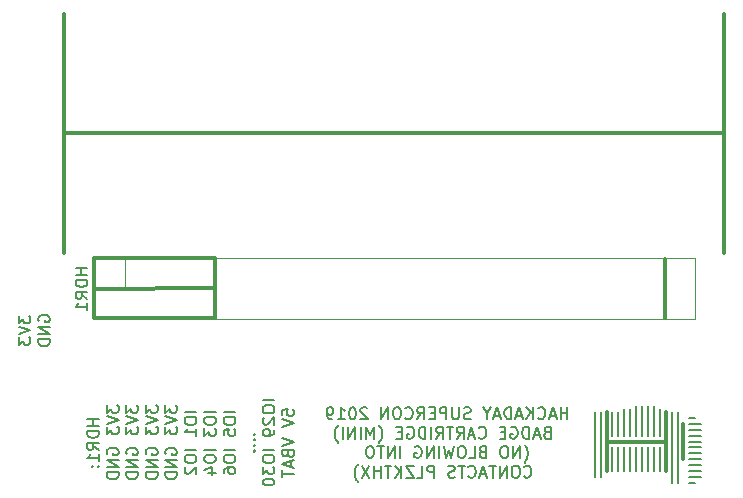
<source format=gbo>
G04 #@! TF.GenerationSoftware,KiCad,Pcbnew,(5.1.4-0)*
G04 #@! TF.CreationDate,2019-11-08T19:26:01-06:00*
G04 #@! TF.ProjectId,cartprotoboardmini,63617274-7072-46f7-946f-626f6172646d,rev?*
G04 #@! TF.SameCoordinates,Original*
G04 #@! TF.FileFunction,Legend,Bot*
G04 #@! TF.FilePolarity,Positive*
%FSLAX46Y46*%
G04 Gerber Fmt 4.6, Leading zero omitted, Abs format (unit mm)*
G04 Created by KiCad (PCBNEW (5.1.4-0)) date 2019-11-08 19:26:01*
%MOMM*%
%LPD*%
G04 APERTURE LIST*
%ADD10C,0.300000*%
%ADD11C,0.150000*%
%ADD12C,0.180000*%
%ADD13C,0.120000*%
G04 APERTURE END LIST*
D10*
X110670000Y-66370000D02*
X120904000Y-66357500D01*
X110680500Y-68834000D02*
X110670000Y-63770000D01*
D11*
X150755619Y-77415880D02*
X150755619Y-76415880D01*
X150755619Y-76892071D02*
X150184190Y-76892071D01*
X150184190Y-77415880D02*
X150184190Y-76415880D01*
X149755619Y-77130166D02*
X149279428Y-77130166D01*
X149850857Y-77415880D02*
X149517523Y-76415880D01*
X149184190Y-77415880D01*
X148279428Y-77320642D02*
X148327047Y-77368261D01*
X148469904Y-77415880D01*
X148565142Y-77415880D01*
X148708000Y-77368261D01*
X148803238Y-77273023D01*
X148850857Y-77177785D01*
X148898476Y-76987309D01*
X148898476Y-76844452D01*
X148850857Y-76653976D01*
X148803238Y-76558738D01*
X148708000Y-76463500D01*
X148565142Y-76415880D01*
X148469904Y-76415880D01*
X148327047Y-76463500D01*
X148279428Y-76511119D01*
X147850857Y-77415880D02*
X147850857Y-76415880D01*
X147279428Y-77415880D02*
X147708000Y-76844452D01*
X147279428Y-76415880D02*
X147850857Y-76987309D01*
X146898476Y-77130166D02*
X146422285Y-77130166D01*
X146993714Y-77415880D02*
X146660380Y-76415880D01*
X146327047Y-77415880D01*
X145993714Y-77415880D02*
X145993714Y-76415880D01*
X145755619Y-76415880D01*
X145612761Y-76463500D01*
X145517523Y-76558738D01*
X145469904Y-76653976D01*
X145422285Y-76844452D01*
X145422285Y-76987309D01*
X145469904Y-77177785D01*
X145517523Y-77273023D01*
X145612761Y-77368261D01*
X145755619Y-77415880D01*
X145993714Y-77415880D01*
X145041333Y-77130166D02*
X144565142Y-77130166D01*
X145136571Y-77415880D02*
X144803238Y-76415880D01*
X144469904Y-77415880D01*
X143946095Y-76939690D02*
X143946095Y-77415880D01*
X144279428Y-76415880D02*
X143946095Y-76939690D01*
X143612761Y-76415880D01*
X142565142Y-77368261D02*
X142422285Y-77415880D01*
X142184190Y-77415880D01*
X142088952Y-77368261D01*
X142041333Y-77320642D01*
X141993714Y-77225404D01*
X141993714Y-77130166D01*
X142041333Y-77034928D01*
X142088952Y-76987309D01*
X142184190Y-76939690D01*
X142374666Y-76892071D01*
X142469904Y-76844452D01*
X142517523Y-76796833D01*
X142565142Y-76701595D01*
X142565142Y-76606357D01*
X142517523Y-76511119D01*
X142469904Y-76463500D01*
X142374666Y-76415880D01*
X142136571Y-76415880D01*
X141993714Y-76463500D01*
X141565142Y-76415880D02*
X141565142Y-77225404D01*
X141517523Y-77320642D01*
X141469904Y-77368261D01*
X141374666Y-77415880D01*
X141184190Y-77415880D01*
X141088952Y-77368261D01*
X141041333Y-77320642D01*
X140993714Y-77225404D01*
X140993714Y-76415880D01*
X140517523Y-77415880D02*
X140517523Y-76415880D01*
X140136571Y-76415880D01*
X140041333Y-76463500D01*
X139993714Y-76511119D01*
X139946095Y-76606357D01*
X139946095Y-76749214D01*
X139993714Y-76844452D01*
X140041333Y-76892071D01*
X140136571Y-76939690D01*
X140517523Y-76939690D01*
X139517523Y-76892071D02*
X139184190Y-76892071D01*
X139041333Y-77415880D02*
X139517523Y-77415880D01*
X139517523Y-76415880D01*
X139041333Y-76415880D01*
X138041333Y-77415880D02*
X138374666Y-76939690D01*
X138612761Y-77415880D02*
X138612761Y-76415880D01*
X138231809Y-76415880D01*
X138136571Y-76463500D01*
X138088952Y-76511119D01*
X138041333Y-76606357D01*
X138041333Y-76749214D01*
X138088952Y-76844452D01*
X138136571Y-76892071D01*
X138231809Y-76939690D01*
X138612761Y-76939690D01*
X137041333Y-77320642D02*
X137088952Y-77368261D01*
X137231809Y-77415880D01*
X137327047Y-77415880D01*
X137469904Y-77368261D01*
X137565142Y-77273023D01*
X137612761Y-77177785D01*
X137660380Y-76987309D01*
X137660380Y-76844452D01*
X137612761Y-76653976D01*
X137565142Y-76558738D01*
X137469904Y-76463500D01*
X137327047Y-76415880D01*
X137231809Y-76415880D01*
X137088952Y-76463500D01*
X137041333Y-76511119D01*
X136422285Y-76415880D02*
X136231809Y-76415880D01*
X136136571Y-76463500D01*
X136041333Y-76558738D01*
X135993714Y-76749214D01*
X135993714Y-77082547D01*
X136041333Y-77273023D01*
X136136571Y-77368261D01*
X136231809Y-77415880D01*
X136422285Y-77415880D01*
X136517523Y-77368261D01*
X136612761Y-77273023D01*
X136660380Y-77082547D01*
X136660380Y-76749214D01*
X136612761Y-76558738D01*
X136517523Y-76463500D01*
X136422285Y-76415880D01*
X135565142Y-77415880D02*
X135565142Y-76415880D01*
X134993714Y-77415880D01*
X134993714Y-76415880D01*
X133803238Y-76511119D02*
X133755619Y-76463500D01*
X133660380Y-76415880D01*
X133422285Y-76415880D01*
X133327047Y-76463500D01*
X133279428Y-76511119D01*
X133231809Y-76606357D01*
X133231809Y-76701595D01*
X133279428Y-76844452D01*
X133850857Y-77415880D01*
X133231809Y-77415880D01*
X132612761Y-76415880D02*
X132517523Y-76415880D01*
X132422285Y-76463500D01*
X132374666Y-76511119D01*
X132327047Y-76606357D01*
X132279428Y-76796833D01*
X132279428Y-77034928D01*
X132327047Y-77225404D01*
X132374666Y-77320642D01*
X132422285Y-77368261D01*
X132517523Y-77415880D01*
X132612761Y-77415880D01*
X132708000Y-77368261D01*
X132755619Y-77320642D01*
X132803238Y-77225404D01*
X132850857Y-77034928D01*
X132850857Y-76796833D01*
X132803238Y-76606357D01*
X132755619Y-76511119D01*
X132708000Y-76463500D01*
X132612761Y-76415880D01*
X131327047Y-77415880D02*
X131898476Y-77415880D01*
X131612761Y-77415880D02*
X131612761Y-76415880D01*
X131708000Y-76558738D01*
X131803238Y-76653976D01*
X131898476Y-76701595D01*
X130850857Y-77415880D02*
X130660380Y-77415880D01*
X130565142Y-77368261D01*
X130517523Y-77320642D01*
X130422285Y-77177785D01*
X130374666Y-76987309D01*
X130374666Y-76606357D01*
X130422285Y-76511119D01*
X130469904Y-76463500D01*
X130565142Y-76415880D01*
X130755619Y-76415880D01*
X130850857Y-76463500D01*
X130898476Y-76511119D01*
X130946095Y-76606357D01*
X130946095Y-76844452D01*
X130898476Y-76939690D01*
X130850857Y-76987309D01*
X130755619Y-77034928D01*
X130565142Y-77034928D01*
X130469904Y-76987309D01*
X130422285Y-76939690D01*
X130374666Y-76844452D01*
X149017523Y-78542071D02*
X148874666Y-78589690D01*
X148827047Y-78637309D01*
X148779428Y-78732547D01*
X148779428Y-78875404D01*
X148827047Y-78970642D01*
X148874666Y-79018261D01*
X148969904Y-79065880D01*
X149350857Y-79065880D01*
X149350857Y-78065880D01*
X149017523Y-78065880D01*
X148922285Y-78113500D01*
X148874666Y-78161119D01*
X148827047Y-78256357D01*
X148827047Y-78351595D01*
X148874666Y-78446833D01*
X148922285Y-78494452D01*
X149017523Y-78542071D01*
X149350857Y-78542071D01*
X148398476Y-78780166D02*
X147922285Y-78780166D01*
X148493714Y-79065880D02*
X148160380Y-78065880D01*
X147827047Y-79065880D01*
X147493714Y-79065880D02*
X147493714Y-78065880D01*
X147255619Y-78065880D01*
X147112761Y-78113500D01*
X147017523Y-78208738D01*
X146969904Y-78303976D01*
X146922285Y-78494452D01*
X146922285Y-78637309D01*
X146969904Y-78827785D01*
X147017523Y-78923023D01*
X147112761Y-79018261D01*
X147255619Y-79065880D01*
X147493714Y-79065880D01*
X145969904Y-78113500D02*
X146065142Y-78065880D01*
X146208000Y-78065880D01*
X146350857Y-78113500D01*
X146446095Y-78208738D01*
X146493714Y-78303976D01*
X146541333Y-78494452D01*
X146541333Y-78637309D01*
X146493714Y-78827785D01*
X146446095Y-78923023D01*
X146350857Y-79018261D01*
X146208000Y-79065880D01*
X146112761Y-79065880D01*
X145969904Y-79018261D01*
X145922285Y-78970642D01*
X145922285Y-78637309D01*
X146112761Y-78637309D01*
X145493714Y-78542071D02*
X145160380Y-78542071D01*
X145017523Y-79065880D02*
X145493714Y-79065880D01*
X145493714Y-78065880D01*
X145017523Y-78065880D01*
X143255619Y-78970642D02*
X143303238Y-79018261D01*
X143446095Y-79065880D01*
X143541333Y-79065880D01*
X143684190Y-79018261D01*
X143779428Y-78923023D01*
X143827047Y-78827785D01*
X143874666Y-78637309D01*
X143874666Y-78494452D01*
X143827047Y-78303976D01*
X143779428Y-78208738D01*
X143684190Y-78113500D01*
X143541333Y-78065880D01*
X143446095Y-78065880D01*
X143303238Y-78113500D01*
X143255619Y-78161119D01*
X142874666Y-78780166D02*
X142398476Y-78780166D01*
X142969904Y-79065880D02*
X142636571Y-78065880D01*
X142303238Y-79065880D01*
X141398476Y-79065880D02*
X141731809Y-78589690D01*
X141969904Y-79065880D02*
X141969904Y-78065880D01*
X141588952Y-78065880D01*
X141493714Y-78113500D01*
X141446095Y-78161119D01*
X141398476Y-78256357D01*
X141398476Y-78399214D01*
X141446095Y-78494452D01*
X141493714Y-78542071D01*
X141588952Y-78589690D01*
X141969904Y-78589690D01*
X141112761Y-78065880D02*
X140541333Y-78065880D01*
X140827047Y-79065880D02*
X140827047Y-78065880D01*
X139636571Y-79065880D02*
X139969904Y-78589690D01*
X140208000Y-79065880D02*
X140208000Y-78065880D01*
X139827047Y-78065880D01*
X139731809Y-78113500D01*
X139684190Y-78161119D01*
X139636571Y-78256357D01*
X139636571Y-78399214D01*
X139684190Y-78494452D01*
X139731809Y-78542071D01*
X139827047Y-78589690D01*
X140208000Y-78589690D01*
X139208000Y-79065880D02*
X139208000Y-78065880D01*
X138731809Y-79065880D02*
X138731809Y-78065880D01*
X138493714Y-78065880D01*
X138350857Y-78113500D01*
X138255619Y-78208738D01*
X138208000Y-78303976D01*
X138160380Y-78494452D01*
X138160380Y-78637309D01*
X138208000Y-78827785D01*
X138255619Y-78923023D01*
X138350857Y-79018261D01*
X138493714Y-79065880D01*
X138731809Y-79065880D01*
X137208000Y-78113500D02*
X137303238Y-78065880D01*
X137446095Y-78065880D01*
X137588952Y-78113500D01*
X137684190Y-78208738D01*
X137731809Y-78303976D01*
X137779428Y-78494452D01*
X137779428Y-78637309D01*
X137731809Y-78827785D01*
X137684190Y-78923023D01*
X137588952Y-79018261D01*
X137446095Y-79065880D01*
X137350857Y-79065880D01*
X137208000Y-79018261D01*
X137160380Y-78970642D01*
X137160380Y-78637309D01*
X137350857Y-78637309D01*
X136731809Y-78542071D02*
X136398476Y-78542071D01*
X136255619Y-79065880D02*
X136731809Y-79065880D01*
X136731809Y-78065880D01*
X136255619Y-78065880D01*
X134779428Y-79446833D02*
X134827047Y-79399214D01*
X134922285Y-79256357D01*
X134969904Y-79161119D01*
X135017523Y-79018261D01*
X135065142Y-78780166D01*
X135065142Y-78589690D01*
X135017523Y-78351595D01*
X134969904Y-78208738D01*
X134922285Y-78113500D01*
X134827047Y-77970642D01*
X134779428Y-77923023D01*
X134398476Y-79065880D02*
X134398476Y-78065880D01*
X134065142Y-78780166D01*
X133731809Y-78065880D01*
X133731809Y-79065880D01*
X133255619Y-79065880D02*
X133255619Y-78065880D01*
X132779428Y-79065880D02*
X132779428Y-78065880D01*
X132208000Y-79065880D01*
X132208000Y-78065880D01*
X131731809Y-79065880D02*
X131731809Y-78065880D01*
X131350857Y-79446833D02*
X131303238Y-79399214D01*
X131208000Y-79256357D01*
X131160380Y-79161119D01*
X131112761Y-79018261D01*
X131065142Y-78780166D01*
X131065142Y-78589690D01*
X131112761Y-78351595D01*
X131160380Y-78208738D01*
X131208000Y-78113500D01*
X131303238Y-77970642D01*
X131350857Y-77923023D01*
X147136571Y-81096833D02*
X147184190Y-81049214D01*
X147279428Y-80906357D01*
X147327047Y-80811119D01*
X147374666Y-80668261D01*
X147422285Y-80430166D01*
X147422285Y-80239690D01*
X147374666Y-80001595D01*
X147327047Y-79858738D01*
X147279428Y-79763500D01*
X147184190Y-79620642D01*
X147136571Y-79573023D01*
X146755619Y-80715880D02*
X146755619Y-79715880D01*
X146184190Y-80715880D01*
X146184190Y-79715880D01*
X145517523Y-79715880D02*
X145327047Y-79715880D01*
X145231809Y-79763500D01*
X145136571Y-79858738D01*
X145088952Y-80049214D01*
X145088952Y-80382547D01*
X145136571Y-80573023D01*
X145231809Y-80668261D01*
X145327047Y-80715880D01*
X145517523Y-80715880D01*
X145612761Y-80668261D01*
X145708000Y-80573023D01*
X145755619Y-80382547D01*
X145755619Y-80049214D01*
X145708000Y-79858738D01*
X145612761Y-79763500D01*
X145517523Y-79715880D01*
X143565142Y-80192071D02*
X143422285Y-80239690D01*
X143374666Y-80287309D01*
X143327047Y-80382547D01*
X143327047Y-80525404D01*
X143374666Y-80620642D01*
X143422285Y-80668261D01*
X143517523Y-80715880D01*
X143898476Y-80715880D01*
X143898476Y-79715880D01*
X143565142Y-79715880D01*
X143469904Y-79763500D01*
X143422285Y-79811119D01*
X143374666Y-79906357D01*
X143374666Y-80001595D01*
X143422285Y-80096833D01*
X143469904Y-80144452D01*
X143565142Y-80192071D01*
X143898476Y-80192071D01*
X142422285Y-80715880D02*
X142898476Y-80715880D01*
X142898476Y-79715880D01*
X141898476Y-79715880D02*
X141708000Y-79715880D01*
X141612761Y-79763500D01*
X141517523Y-79858738D01*
X141469904Y-80049214D01*
X141469904Y-80382547D01*
X141517523Y-80573023D01*
X141612761Y-80668261D01*
X141708000Y-80715880D01*
X141898476Y-80715880D01*
X141993714Y-80668261D01*
X142088952Y-80573023D01*
X142136571Y-80382547D01*
X142136571Y-80049214D01*
X142088952Y-79858738D01*
X141993714Y-79763500D01*
X141898476Y-79715880D01*
X141136571Y-79715880D02*
X140898476Y-80715880D01*
X140708000Y-80001595D01*
X140517523Y-80715880D01*
X140279428Y-79715880D01*
X139898476Y-80715880D02*
X139898476Y-79715880D01*
X139422285Y-80715880D02*
X139422285Y-79715880D01*
X138850857Y-80715880D01*
X138850857Y-79715880D01*
X137850857Y-79763500D02*
X137946095Y-79715880D01*
X138088952Y-79715880D01*
X138231809Y-79763500D01*
X138327047Y-79858738D01*
X138374666Y-79953976D01*
X138422285Y-80144452D01*
X138422285Y-80287309D01*
X138374666Y-80477785D01*
X138327047Y-80573023D01*
X138231809Y-80668261D01*
X138088952Y-80715880D01*
X137993714Y-80715880D01*
X137850857Y-80668261D01*
X137803238Y-80620642D01*
X137803238Y-80287309D01*
X137993714Y-80287309D01*
X136612761Y-80715880D02*
X136612761Y-79715880D01*
X136136571Y-80715880D02*
X136136571Y-79715880D01*
X135565142Y-80715880D01*
X135565142Y-79715880D01*
X135231809Y-79715880D02*
X134660380Y-79715880D01*
X134946095Y-80715880D02*
X134946095Y-79715880D01*
X134136571Y-79715880D02*
X133946095Y-79715880D01*
X133850857Y-79763500D01*
X133755619Y-79858738D01*
X133708000Y-80049214D01*
X133708000Y-80382547D01*
X133755619Y-80573023D01*
X133850857Y-80668261D01*
X133946095Y-80715880D01*
X134136571Y-80715880D01*
X134231809Y-80668261D01*
X134327047Y-80573023D01*
X134374666Y-80382547D01*
X134374666Y-80049214D01*
X134327047Y-79858738D01*
X134231809Y-79763500D01*
X134136571Y-79715880D01*
X147088952Y-82270642D02*
X147136571Y-82318261D01*
X147279428Y-82365880D01*
X147374666Y-82365880D01*
X147517523Y-82318261D01*
X147612761Y-82223023D01*
X147660380Y-82127785D01*
X147708000Y-81937309D01*
X147708000Y-81794452D01*
X147660380Y-81603976D01*
X147612761Y-81508738D01*
X147517523Y-81413500D01*
X147374666Y-81365880D01*
X147279428Y-81365880D01*
X147136571Y-81413500D01*
X147088952Y-81461119D01*
X146469904Y-81365880D02*
X146279428Y-81365880D01*
X146184190Y-81413500D01*
X146088952Y-81508738D01*
X146041333Y-81699214D01*
X146041333Y-82032547D01*
X146088952Y-82223023D01*
X146184190Y-82318261D01*
X146279428Y-82365880D01*
X146469904Y-82365880D01*
X146565142Y-82318261D01*
X146660380Y-82223023D01*
X146708000Y-82032547D01*
X146708000Y-81699214D01*
X146660380Y-81508738D01*
X146565142Y-81413500D01*
X146469904Y-81365880D01*
X145612761Y-82365880D02*
X145612761Y-81365880D01*
X145041333Y-82365880D01*
X145041333Y-81365880D01*
X144708000Y-81365880D02*
X144136571Y-81365880D01*
X144422285Y-82365880D02*
X144422285Y-81365880D01*
X143850857Y-82080166D02*
X143374666Y-82080166D01*
X143946095Y-82365880D02*
X143612761Y-81365880D01*
X143279428Y-82365880D01*
X142374666Y-82270642D02*
X142422285Y-82318261D01*
X142565142Y-82365880D01*
X142660380Y-82365880D01*
X142803238Y-82318261D01*
X142898476Y-82223023D01*
X142946095Y-82127785D01*
X142993714Y-81937309D01*
X142993714Y-81794452D01*
X142946095Y-81603976D01*
X142898476Y-81508738D01*
X142803238Y-81413500D01*
X142660380Y-81365880D01*
X142565142Y-81365880D01*
X142422285Y-81413500D01*
X142374666Y-81461119D01*
X142088952Y-81365880D02*
X141517523Y-81365880D01*
X141803238Y-82365880D02*
X141803238Y-81365880D01*
X141231809Y-82318261D02*
X141088952Y-82365880D01*
X140850857Y-82365880D01*
X140755619Y-82318261D01*
X140708000Y-82270642D01*
X140660380Y-82175404D01*
X140660380Y-82080166D01*
X140708000Y-81984928D01*
X140755619Y-81937309D01*
X140850857Y-81889690D01*
X141041333Y-81842071D01*
X141136571Y-81794452D01*
X141184190Y-81746833D01*
X141231809Y-81651595D01*
X141231809Y-81556357D01*
X141184190Y-81461119D01*
X141136571Y-81413500D01*
X141041333Y-81365880D01*
X140803238Y-81365880D01*
X140660380Y-81413500D01*
X139469904Y-82365880D02*
X139469904Y-81365880D01*
X139088952Y-81365880D01*
X138993714Y-81413500D01*
X138946095Y-81461119D01*
X138898476Y-81556357D01*
X138898476Y-81699214D01*
X138946095Y-81794452D01*
X138993714Y-81842071D01*
X139088952Y-81889690D01*
X139469904Y-81889690D01*
X137993714Y-82365880D02*
X138469904Y-82365880D01*
X138469904Y-81365880D01*
X137755619Y-81365880D02*
X137088952Y-81365880D01*
X137755619Y-82365880D01*
X137088952Y-82365880D01*
X136708000Y-82365880D02*
X136708000Y-81365880D01*
X136136571Y-82365880D02*
X136565142Y-81794452D01*
X136136571Y-81365880D02*
X136708000Y-81937309D01*
X135850857Y-81365880D02*
X135279428Y-81365880D01*
X135565142Y-82365880D02*
X135565142Y-81365880D01*
X134946095Y-82365880D02*
X134946095Y-81365880D01*
X134946095Y-81842071D02*
X134374666Y-81842071D01*
X134374666Y-82365880D02*
X134374666Y-81365880D01*
X133993714Y-81365880D02*
X133327047Y-82365880D01*
X133327047Y-81365880D02*
X133993714Y-82365880D01*
X133041333Y-82746833D02*
X132993714Y-82699214D01*
X132898476Y-82556357D01*
X132850857Y-82461119D01*
X132803238Y-82318261D01*
X132755619Y-82080166D01*
X132755619Y-81889690D01*
X132803238Y-81651595D01*
X132850857Y-81508738D01*
X132898476Y-81413500D01*
X132993714Y-81270642D01*
X133041333Y-81223023D01*
D10*
X159004000Y-63881000D02*
X159004000Y-68897500D01*
D12*
X161073500Y-82817500D02*
X161573500Y-82817500D01*
X161073500Y-82317500D02*
X162073500Y-82317500D01*
X161073500Y-81817500D02*
X162073500Y-81817500D01*
X161073500Y-81317500D02*
X162073500Y-81317500D01*
X161073500Y-80817500D02*
X162073500Y-80817500D01*
X161073500Y-80317500D02*
X162073500Y-80317500D01*
X161073500Y-79817500D02*
X162073500Y-79817500D01*
X161073500Y-79317500D02*
X162073500Y-79317500D01*
X161073500Y-78817500D02*
X162073500Y-78817500D01*
X161073500Y-78317500D02*
X162073500Y-78317500D01*
X161073500Y-77817500D02*
X162073500Y-77817500D01*
X161073500Y-77317500D02*
X161573500Y-77317500D01*
X160100000Y-76800000D02*
X160100000Y-82817500D01*
X159573500Y-76817500D02*
X159573500Y-82817500D01*
X158573500Y-79817500D02*
X158573500Y-81817500D01*
X158073500Y-81817500D02*
X158073500Y-79817500D01*
X157573500Y-79817500D02*
X157573500Y-81817500D01*
X157073500Y-81817500D02*
X157073500Y-79817500D01*
X156573500Y-79817500D02*
X156573500Y-81817500D01*
X156073500Y-81817500D02*
X156073500Y-79817500D01*
X155573500Y-79817500D02*
X155573500Y-81817500D01*
X155073500Y-81817500D02*
X155073500Y-79817500D01*
X154573500Y-79817500D02*
X154573500Y-81817500D01*
X158573500Y-78817500D02*
X158573500Y-76567500D01*
X158073500Y-76317500D02*
X158073500Y-78817500D01*
X157573500Y-78817500D02*
X157573500Y-76317500D01*
X157073500Y-76317500D02*
X157073500Y-78817500D01*
X156573500Y-78817500D02*
X156573500Y-76317500D01*
X156073500Y-76567500D02*
X156073500Y-78817500D01*
X155573500Y-78817500D02*
X155573500Y-76567500D01*
X155073500Y-78817500D02*
X155073500Y-76817500D01*
X154573500Y-76817500D02*
X154573500Y-78817500D01*
X153073500Y-76817500D02*
X153073500Y-82317500D01*
X153573500Y-76817500D02*
X153573500Y-82317500D01*
D10*
X160573500Y-77817500D02*
X160573500Y-80817500D01*
X159073500Y-79317500D02*
X159073500Y-81817500D01*
X159073500Y-79317500D02*
X159073500Y-76817500D01*
X154323500Y-79317500D02*
X159073500Y-79317500D01*
X154073500Y-76817500D02*
X154073500Y-81817500D01*
D11*
X111102380Y-77400000D02*
X110102380Y-77400000D01*
X110578571Y-77400000D02*
X110578571Y-77971428D01*
X111102380Y-77971428D02*
X110102380Y-77971428D01*
X111102380Y-78447619D02*
X110102380Y-78447619D01*
X110102380Y-78685714D01*
X110150000Y-78828571D01*
X110245238Y-78923809D01*
X110340476Y-78971428D01*
X110530952Y-79019047D01*
X110673809Y-79019047D01*
X110864285Y-78971428D01*
X110959523Y-78923809D01*
X111054761Y-78828571D01*
X111102380Y-78685714D01*
X111102380Y-78447619D01*
X111102380Y-80019047D02*
X110626190Y-79685714D01*
X111102380Y-79447619D02*
X110102380Y-79447619D01*
X110102380Y-79828571D01*
X110150000Y-79923809D01*
X110197619Y-79971428D01*
X110292857Y-80019047D01*
X110435714Y-80019047D01*
X110530952Y-79971428D01*
X110578571Y-79923809D01*
X110626190Y-79828571D01*
X110626190Y-79447619D01*
X111102380Y-80971428D02*
X111102380Y-80400000D01*
X111102380Y-80685714D02*
X110102380Y-80685714D01*
X110245238Y-80590476D01*
X110340476Y-80495238D01*
X110388095Y-80400000D01*
X111007142Y-81400000D02*
X111054761Y-81447619D01*
X111102380Y-81400000D01*
X111054761Y-81352380D01*
X111007142Y-81400000D01*
X111102380Y-81400000D01*
X110483333Y-81400000D02*
X110530952Y-81447619D01*
X110578571Y-81400000D01*
X110530952Y-81352380D01*
X110483333Y-81400000D01*
X110578571Y-81400000D01*
X111752380Y-76257142D02*
X111752380Y-76876190D01*
X112133333Y-76542857D01*
X112133333Y-76685714D01*
X112180952Y-76780952D01*
X112228571Y-76828571D01*
X112323809Y-76876190D01*
X112561904Y-76876190D01*
X112657142Y-76828571D01*
X112704761Y-76780952D01*
X112752380Y-76685714D01*
X112752380Y-76400000D01*
X112704761Y-76304761D01*
X112657142Y-76257142D01*
X111752380Y-77161904D02*
X112752380Y-77495238D01*
X111752380Y-77828571D01*
X111752380Y-78066666D02*
X111752380Y-78685714D01*
X112133333Y-78352380D01*
X112133333Y-78495238D01*
X112180952Y-78590476D01*
X112228571Y-78638095D01*
X112323809Y-78685714D01*
X112561904Y-78685714D01*
X112657142Y-78638095D01*
X112704761Y-78590476D01*
X112752380Y-78495238D01*
X112752380Y-78209523D01*
X112704761Y-78114285D01*
X112657142Y-78066666D01*
X111800000Y-80400000D02*
X111752380Y-80304761D01*
X111752380Y-80161904D01*
X111800000Y-80019047D01*
X111895238Y-79923809D01*
X111990476Y-79876190D01*
X112180952Y-79828571D01*
X112323809Y-79828571D01*
X112514285Y-79876190D01*
X112609523Y-79923809D01*
X112704761Y-80019047D01*
X112752380Y-80161904D01*
X112752380Y-80257142D01*
X112704761Y-80400000D01*
X112657142Y-80447619D01*
X112323809Y-80447619D01*
X112323809Y-80257142D01*
X112752380Y-80876190D02*
X111752380Y-80876190D01*
X112752380Y-81447619D01*
X111752380Y-81447619D01*
X112752380Y-81923809D02*
X111752380Y-81923809D01*
X111752380Y-82161904D01*
X111800000Y-82304761D01*
X111895238Y-82400000D01*
X111990476Y-82447619D01*
X112180952Y-82495238D01*
X112323809Y-82495238D01*
X112514285Y-82447619D01*
X112609523Y-82400000D01*
X112704761Y-82304761D01*
X112752380Y-82161904D01*
X112752380Y-81923809D01*
X113402380Y-76257142D02*
X113402380Y-76876190D01*
X113783333Y-76542857D01*
X113783333Y-76685714D01*
X113830952Y-76780952D01*
X113878571Y-76828571D01*
X113973809Y-76876190D01*
X114211904Y-76876190D01*
X114307142Y-76828571D01*
X114354761Y-76780952D01*
X114402380Y-76685714D01*
X114402380Y-76400000D01*
X114354761Y-76304761D01*
X114307142Y-76257142D01*
X113402380Y-77161904D02*
X114402380Y-77495238D01*
X113402380Y-77828571D01*
X113402380Y-78066666D02*
X113402380Y-78685714D01*
X113783333Y-78352380D01*
X113783333Y-78495238D01*
X113830952Y-78590476D01*
X113878571Y-78638095D01*
X113973809Y-78685714D01*
X114211904Y-78685714D01*
X114307142Y-78638095D01*
X114354761Y-78590476D01*
X114402380Y-78495238D01*
X114402380Y-78209523D01*
X114354761Y-78114285D01*
X114307142Y-78066666D01*
X113450000Y-80400000D02*
X113402380Y-80304761D01*
X113402380Y-80161904D01*
X113450000Y-80019047D01*
X113545238Y-79923809D01*
X113640476Y-79876190D01*
X113830952Y-79828571D01*
X113973809Y-79828571D01*
X114164285Y-79876190D01*
X114259523Y-79923809D01*
X114354761Y-80019047D01*
X114402380Y-80161904D01*
X114402380Y-80257142D01*
X114354761Y-80400000D01*
X114307142Y-80447619D01*
X113973809Y-80447619D01*
X113973809Y-80257142D01*
X114402380Y-80876190D02*
X113402380Y-80876190D01*
X114402380Y-81447619D01*
X113402380Y-81447619D01*
X114402380Y-81923809D02*
X113402380Y-81923809D01*
X113402380Y-82161904D01*
X113450000Y-82304761D01*
X113545238Y-82400000D01*
X113640476Y-82447619D01*
X113830952Y-82495238D01*
X113973809Y-82495238D01*
X114164285Y-82447619D01*
X114259523Y-82400000D01*
X114354761Y-82304761D01*
X114402380Y-82161904D01*
X114402380Y-81923809D01*
X115052380Y-76257142D02*
X115052380Y-76876190D01*
X115433333Y-76542857D01*
X115433333Y-76685714D01*
X115480952Y-76780952D01*
X115528571Y-76828571D01*
X115623809Y-76876190D01*
X115861904Y-76876190D01*
X115957142Y-76828571D01*
X116004761Y-76780952D01*
X116052380Y-76685714D01*
X116052380Y-76400000D01*
X116004761Y-76304761D01*
X115957142Y-76257142D01*
X115052380Y-77161904D02*
X116052380Y-77495238D01*
X115052380Y-77828571D01*
X115052380Y-78066666D02*
X115052380Y-78685714D01*
X115433333Y-78352380D01*
X115433333Y-78495238D01*
X115480952Y-78590476D01*
X115528571Y-78638095D01*
X115623809Y-78685714D01*
X115861904Y-78685714D01*
X115957142Y-78638095D01*
X116004761Y-78590476D01*
X116052380Y-78495238D01*
X116052380Y-78209523D01*
X116004761Y-78114285D01*
X115957142Y-78066666D01*
X115100000Y-80400000D02*
X115052380Y-80304761D01*
X115052380Y-80161904D01*
X115100000Y-80019047D01*
X115195238Y-79923809D01*
X115290476Y-79876190D01*
X115480952Y-79828571D01*
X115623809Y-79828571D01*
X115814285Y-79876190D01*
X115909523Y-79923809D01*
X116004761Y-80019047D01*
X116052380Y-80161904D01*
X116052380Y-80257142D01*
X116004761Y-80400000D01*
X115957142Y-80447619D01*
X115623809Y-80447619D01*
X115623809Y-80257142D01*
X116052380Y-80876190D02*
X115052380Y-80876190D01*
X116052380Y-81447619D01*
X115052380Y-81447619D01*
X116052380Y-81923809D02*
X115052380Y-81923809D01*
X115052380Y-82161904D01*
X115100000Y-82304761D01*
X115195238Y-82400000D01*
X115290476Y-82447619D01*
X115480952Y-82495238D01*
X115623809Y-82495238D01*
X115814285Y-82447619D01*
X115909523Y-82400000D01*
X116004761Y-82304761D01*
X116052380Y-82161904D01*
X116052380Y-81923809D01*
X116702380Y-76257142D02*
X116702380Y-76876190D01*
X117083333Y-76542857D01*
X117083333Y-76685714D01*
X117130952Y-76780952D01*
X117178571Y-76828571D01*
X117273809Y-76876190D01*
X117511904Y-76876190D01*
X117607142Y-76828571D01*
X117654761Y-76780952D01*
X117702380Y-76685714D01*
X117702380Y-76400000D01*
X117654761Y-76304761D01*
X117607142Y-76257142D01*
X116702380Y-77161904D02*
X117702380Y-77495238D01*
X116702380Y-77828571D01*
X116702380Y-78066666D02*
X116702380Y-78685714D01*
X117083333Y-78352380D01*
X117083333Y-78495238D01*
X117130952Y-78590476D01*
X117178571Y-78638095D01*
X117273809Y-78685714D01*
X117511904Y-78685714D01*
X117607142Y-78638095D01*
X117654761Y-78590476D01*
X117702380Y-78495238D01*
X117702380Y-78209523D01*
X117654761Y-78114285D01*
X117607142Y-78066666D01*
X116750000Y-80400000D02*
X116702380Y-80304761D01*
X116702380Y-80161904D01*
X116750000Y-80019047D01*
X116845238Y-79923809D01*
X116940476Y-79876190D01*
X117130952Y-79828571D01*
X117273809Y-79828571D01*
X117464285Y-79876190D01*
X117559523Y-79923809D01*
X117654761Y-80019047D01*
X117702380Y-80161904D01*
X117702380Y-80257142D01*
X117654761Y-80400000D01*
X117607142Y-80447619D01*
X117273809Y-80447619D01*
X117273809Y-80257142D01*
X117702380Y-80876190D02*
X116702380Y-80876190D01*
X117702380Y-81447619D01*
X116702380Y-81447619D01*
X117702380Y-81923809D02*
X116702380Y-81923809D01*
X116702380Y-82161904D01*
X116750000Y-82304761D01*
X116845238Y-82400000D01*
X116940476Y-82447619D01*
X117130952Y-82495238D01*
X117273809Y-82495238D01*
X117464285Y-82447619D01*
X117559523Y-82400000D01*
X117654761Y-82304761D01*
X117702380Y-82161904D01*
X117702380Y-81923809D01*
X119352380Y-76780952D02*
X118352380Y-76780952D01*
X118352380Y-77447619D02*
X118352380Y-77638095D01*
X118400000Y-77733333D01*
X118495238Y-77828571D01*
X118685714Y-77876190D01*
X119019047Y-77876190D01*
X119209523Y-77828571D01*
X119304761Y-77733333D01*
X119352380Y-77638095D01*
X119352380Y-77447619D01*
X119304761Y-77352380D01*
X119209523Y-77257142D01*
X119019047Y-77209523D01*
X118685714Y-77209523D01*
X118495238Y-77257142D01*
X118400000Y-77352380D01*
X118352380Y-77447619D01*
X119352380Y-78828571D02*
X119352380Y-78257142D01*
X119352380Y-78542857D02*
X118352380Y-78542857D01*
X118495238Y-78447619D01*
X118590476Y-78352380D01*
X118638095Y-78257142D01*
X119352380Y-80019047D02*
X118352380Y-80019047D01*
X118352380Y-80685714D02*
X118352380Y-80876190D01*
X118400000Y-80971428D01*
X118495238Y-81066666D01*
X118685714Y-81114285D01*
X119019047Y-81114285D01*
X119209523Y-81066666D01*
X119304761Y-80971428D01*
X119352380Y-80876190D01*
X119352380Y-80685714D01*
X119304761Y-80590476D01*
X119209523Y-80495238D01*
X119019047Y-80447619D01*
X118685714Y-80447619D01*
X118495238Y-80495238D01*
X118400000Y-80590476D01*
X118352380Y-80685714D01*
X118447619Y-81495238D02*
X118400000Y-81542857D01*
X118352380Y-81638095D01*
X118352380Y-81876190D01*
X118400000Y-81971428D01*
X118447619Y-82019047D01*
X118542857Y-82066666D01*
X118638095Y-82066666D01*
X118780952Y-82019047D01*
X119352380Y-81447619D01*
X119352380Y-82066666D01*
X121002380Y-76780952D02*
X120002380Y-76780952D01*
X120002380Y-77447619D02*
X120002380Y-77638095D01*
X120050000Y-77733333D01*
X120145238Y-77828571D01*
X120335714Y-77876190D01*
X120669047Y-77876190D01*
X120859523Y-77828571D01*
X120954761Y-77733333D01*
X121002380Y-77638095D01*
X121002380Y-77447619D01*
X120954761Y-77352380D01*
X120859523Y-77257142D01*
X120669047Y-77209523D01*
X120335714Y-77209523D01*
X120145238Y-77257142D01*
X120050000Y-77352380D01*
X120002380Y-77447619D01*
X120002380Y-78209523D02*
X120002380Y-78828571D01*
X120383333Y-78495238D01*
X120383333Y-78638095D01*
X120430952Y-78733333D01*
X120478571Y-78780952D01*
X120573809Y-78828571D01*
X120811904Y-78828571D01*
X120907142Y-78780952D01*
X120954761Y-78733333D01*
X121002380Y-78638095D01*
X121002380Y-78352380D01*
X120954761Y-78257142D01*
X120907142Y-78209523D01*
X121002380Y-80019047D02*
X120002380Y-80019047D01*
X120002380Y-80685714D02*
X120002380Y-80876190D01*
X120050000Y-80971428D01*
X120145238Y-81066666D01*
X120335714Y-81114285D01*
X120669047Y-81114285D01*
X120859523Y-81066666D01*
X120954761Y-80971428D01*
X121002380Y-80876190D01*
X121002380Y-80685714D01*
X120954761Y-80590476D01*
X120859523Y-80495238D01*
X120669047Y-80447619D01*
X120335714Y-80447619D01*
X120145238Y-80495238D01*
X120050000Y-80590476D01*
X120002380Y-80685714D01*
X120335714Y-81971428D02*
X121002380Y-81971428D01*
X119954761Y-81733333D02*
X120669047Y-81495238D01*
X120669047Y-82114285D01*
X122652380Y-76780952D02*
X121652380Y-76780952D01*
X121652380Y-77447619D02*
X121652380Y-77638095D01*
X121700000Y-77733333D01*
X121795238Y-77828571D01*
X121985714Y-77876190D01*
X122319047Y-77876190D01*
X122509523Y-77828571D01*
X122604761Y-77733333D01*
X122652380Y-77638095D01*
X122652380Y-77447619D01*
X122604761Y-77352380D01*
X122509523Y-77257142D01*
X122319047Y-77209523D01*
X121985714Y-77209523D01*
X121795238Y-77257142D01*
X121700000Y-77352380D01*
X121652380Y-77447619D01*
X121652380Y-78780952D02*
X121652380Y-78304761D01*
X122128571Y-78257142D01*
X122080952Y-78304761D01*
X122033333Y-78400000D01*
X122033333Y-78638095D01*
X122080952Y-78733333D01*
X122128571Y-78780952D01*
X122223809Y-78828571D01*
X122461904Y-78828571D01*
X122557142Y-78780952D01*
X122604761Y-78733333D01*
X122652380Y-78638095D01*
X122652380Y-78400000D01*
X122604761Y-78304761D01*
X122557142Y-78257142D01*
X122652380Y-80019047D02*
X121652380Y-80019047D01*
X121652380Y-80685714D02*
X121652380Y-80876190D01*
X121700000Y-80971428D01*
X121795238Y-81066666D01*
X121985714Y-81114285D01*
X122319047Y-81114285D01*
X122509523Y-81066666D01*
X122604761Y-80971428D01*
X122652380Y-80876190D01*
X122652380Y-80685714D01*
X122604761Y-80590476D01*
X122509523Y-80495238D01*
X122319047Y-80447619D01*
X121985714Y-80447619D01*
X121795238Y-80495238D01*
X121700000Y-80590476D01*
X121652380Y-80685714D01*
X121652380Y-81971428D02*
X121652380Y-81780952D01*
X121700000Y-81685714D01*
X121747619Y-81638095D01*
X121890476Y-81542857D01*
X122080952Y-81495238D01*
X122461904Y-81495238D01*
X122557142Y-81542857D01*
X122604761Y-81590476D01*
X122652380Y-81685714D01*
X122652380Y-81876190D01*
X122604761Y-81971428D01*
X122557142Y-82019047D01*
X122461904Y-82066666D01*
X122223809Y-82066666D01*
X122128571Y-82019047D01*
X122080952Y-81971428D01*
X122033333Y-81876190D01*
X122033333Y-81685714D01*
X122080952Y-81590476D01*
X122128571Y-81542857D01*
X122223809Y-81495238D01*
X124207142Y-78685714D02*
X124254761Y-78733333D01*
X124302380Y-78685714D01*
X124254761Y-78638095D01*
X124207142Y-78685714D01*
X124302380Y-78685714D01*
X124207142Y-79161904D02*
X124254761Y-79209523D01*
X124302380Y-79161904D01*
X124254761Y-79114285D01*
X124207142Y-79161904D01*
X124302380Y-79161904D01*
X124207142Y-79638095D02*
X124254761Y-79685714D01*
X124302380Y-79638095D01*
X124254761Y-79590476D01*
X124207142Y-79638095D01*
X124302380Y-79638095D01*
X124207142Y-80114285D02*
X124254761Y-80161904D01*
X124302380Y-80114285D01*
X124254761Y-80066666D01*
X124207142Y-80114285D01*
X124302380Y-80114285D01*
X125952380Y-75828571D02*
X124952380Y-75828571D01*
X124952380Y-76495238D02*
X124952380Y-76685714D01*
X125000000Y-76780952D01*
X125095238Y-76876190D01*
X125285714Y-76923809D01*
X125619047Y-76923809D01*
X125809523Y-76876190D01*
X125904761Y-76780952D01*
X125952380Y-76685714D01*
X125952380Y-76495238D01*
X125904761Y-76400000D01*
X125809523Y-76304761D01*
X125619047Y-76257142D01*
X125285714Y-76257142D01*
X125095238Y-76304761D01*
X125000000Y-76400000D01*
X124952380Y-76495238D01*
X125047619Y-77304761D02*
X125000000Y-77352380D01*
X124952380Y-77447619D01*
X124952380Y-77685714D01*
X125000000Y-77780952D01*
X125047619Y-77828571D01*
X125142857Y-77876190D01*
X125238095Y-77876190D01*
X125380952Y-77828571D01*
X125952380Y-77257142D01*
X125952380Y-77876190D01*
X125952380Y-78352380D02*
X125952380Y-78542857D01*
X125904761Y-78638095D01*
X125857142Y-78685714D01*
X125714285Y-78780952D01*
X125523809Y-78828571D01*
X125142857Y-78828571D01*
X125047619Y-78780952D01*
X125000000Y-78733333D01*
X124952380Y-78638095D01*
X124952380Y-78447619D01*
X125000000Y-78352380D01*
X125047619Y-78304761D01*
X125142857Y-78257142D01*
X125380952Y-78257142D01*
X125476190Y-78304761D01*
X125523809Y-78352380D01*
X125571428Y-78447619D01*
X125571428Y-78638095D01*
X125523809Y-78733333D01*
X125476190Y-78780952D01*
X125380952Y-78828571D01*
X125952380Y-80019047D02*
X124952380Y-80019047D01*
X124952380Y-80685714D02*
X124952380Y-80876190D01*
X125000000Y-80971428D01*
X125095238Y-81066666D01*
X125285714Y-81114285D01*
X125619047Y-81114285D01*
X125809523Y-81066666D01*
X125904761Y-80971428D01*
X125952380Y-80876190D01*
X125952380Y-80685714D01*
X125904761Y-80590476D01*
X125809523Y-80495238D01*
X125619047Y-80447619D01*
X125285714Y-80447619D01*
X125095238Y-80495238D01*
X125000000Y-80590476D01*
X124952380Y-80685714D01*
X124952380Y-81447619D02*
X124952380Y-82066666D01*
X125333333Y-81733333D01*
X125333333Y-81876190D01*
X125380952Y-81971428D01*
X125428571Y-82019047D01*
X125523809Y-82066666D01*
X125761904Y-82066666D01*
X125857142Y-82019047D01*
X125904761Y-81971428D01*
X125952380Y-81876190D01*
X125952380Y-81590476D01*
X125904761Y-81495238D01*
X125857142Y-81447619D01*
X124952380Y-82685714D02*
X124952380Y-82780952D01*
X125000000Y-82876190D01*
X125047619Y-82923809D01*
X125142857Y-82971428D01*
X125333333Y-83019047D01*
X125571428Y-83019047D01*
X125761904Y-82971428D01*
X125857142Y-82923809D01*
X125904761Y-82876190D01*
X125952380Y-82780952D01*
X125952380Y-82685714D01*
X125904761Y-82590476D01*
X125857142Y-82542857D01*
X125761904Y-82495238D01*
X125571428Y-82447619D01*
X125333333Y-82447619D01*
X125142857Y-82495238D01*
X125047619Y-82542857D01*
X125000000Y-82590476D01*
X124952380Y-82685714D01*
X126602380Y-77090476D02*
X126602380Y-76614285D01*
X127078571Y-76566666D01*
X127030952Y-76614285D01*
X126983333Y-76709523D01*
X126983333Y-76947619D01*
X127030952Y-77042857D01*
X127078571Y-77090476D01*
X127173809Y-77138095D01*
X127411904Y-77138095D01*
X127507142Y-77090476D01*
X127554761Y-77042857D01*
X127602380Y-76947619D01*
X127602380Y-76709523D01*
X127554761Y-76614285D01*
X127507142Y-76566666D01*
X126602380Y-77423809D02*
X127602380Y-77757142D01*
X126602380Y-78090476D01*
X126602380Y-79042857D02*
X127602380Y-79376190D01*
X126602380Y-79709523D01*
X127078571Y-80376190D02*
X127126190Y-80519047D01*
X127173809Y-80566666D01*
X127269047Y-80614285D01*
X127411904Y-80614285D01*
X127507142Y-80566666D01*
X127554761Y-80519047D01*
X127602380Y-80423809D01*
X127602380Y-80042857D01*
X126602380Y-80042857D01*
X126602380Y-80376190D01*
X126650000Y-80471428D01*
X126697619Y-80519047D01*
X126792857Y-80566666D01*
X126888095Y-80566666D01*
X126983333Y-80519047D01*
X127030952Y-80471428D01*
X127078571Y-80376190D01*
X127078571Y-80042857D01*
X127316666Y-80995238D02*
X127316666Y-81471428D01*
X127602380Y-80900000D02*
X126602380Y-81233333D01*
X127602380Y-81566666D01*
X126602380Y-81757142D02*
X126602380Y-82328571D01*
X127602380Y-82042857D02*
X126602380Y-82042857D01*
X104291380Y-68675404D02*
X104291380Y-69294452D01*
X104672333Y-68961119D01*
X104672333Y-69103976D01*
X104719952Y-69199214D01*
X104767571Y-69246833D01*
X104862809Y-69294452D01*
X105100904Y-69294452D01*
X105196142Y-69246833D01*
X105243761Y-69199214D01*
X105291380Y-69103976D01*
X105291380Y-68818261D01*
X105243761Y-68723023D01*
X105196142Y-68675404D01*
X104291380Y-69580166D02*
X105291380Y-69913500D01*
X104291380Y-70246833D01*
X104291380Y-70484928D02*
X104291380Y-71103976D01*
X104672333Y-70770642D01*
X104672333Y-70913500D01*
X104719952Y-71008738D01*
X104767571Y-71056357D01*
X104862809Y-71103976D01*
X105100904Y-71103976D01*
X105196142Y-71056357D01*
X105243761Y-71008738D01*
X105291380Y-70913500D01*
X105291380Y-70627785D01*
X105243761Y-70532547D01*
X105196142Y-70484928D01*
X105989000Y-69151595D02*
X105941380Y-69056357D01*
X105941380Y-68913500D01*
X105989000Y-68770642D01*
X106084238Y-68675404D01*
X106179476Y-68627785D01*
X106369952Y-68580166D01*
X106512809Y-68580166D01*
X106703285Y-68627785D01*
X106798523Y-68675404D01*
X106893761Y-68770642D01*
X106941380Y-68913500D01*
X106941380Y-69008738D01*
X106893761Y-69151595D01*
X106846142Y-69199214D01*
X106512809Y-69199214D01*
X106512809Y-69008738D01*
X106941380Y-69627785D02*
X105941380Y-69627785D01*
X106941380Y-70199214D01*
X105941380Y-70199214D01*
X106941380Y-70675404D02*
X105941380Y-70675404D01*
X105941380Y-70913500D01*
X105989000Y-71056357D01*
X106084238Y-71151595D01*
X106179476Y-71199214D01*
X106369952Y-71246833D01*
X106512809Y-71246833D01*
X106703285Y-71199214D01*
X106798523Y-71151595D01*
X106893761Y-71056357D01*
X106941380Y-70913500D01*
X106941380Y-70675404D01*
D10*
X120904000Y-63754000D02*
X110670000Y-63770000D01*
X120904000Y-68834000D02*
X120904000Y-63754000D01*
X110680500Y-68834000D02*
X120777000Y-68834000D01*
X108150000Y-63380000D02*
X108150000Y-43100000D01*
X164030000Y-43100000D02*
X164030000Y-63380000D01*
X108150000Y-53225000D02*
X164030000Y-53225000D01*
D13*
X161590000Y-63770000D02*
X161590000Y-68970000D01*
X113270000Y-63770000D02*
X161590000Y-63770000D01*
X110670000Y-68970000D02*
X161590000Y-68970000D01*
X113270000Y-63770000D02*
X113270000Y-66370000D01*
X113270000Y-66370000D02*
X110670000Y-66370000D01*
X110670000Y-66370000D02*
X110670000Y-68970000D01*
X112000000Y-63770000D02*
X110670000Y-63770000D01*
X110670000Y-63770000D02*
X110670000Y-65100000D01*
D11*
X110122380Y-64608095D02*
X109122380Y-64608095D01*
X109598571Y-64608095D02*
X109598571Y-65179523D01*
X110122380Y-65179523D02*
X109122380Y-65179523D01*
X110122380Y-65655714D02*
X109122380Y-65655714D01*
X109122380Y-65893809D01*
X109170000Y-66036666D01*
X109265238Y-66131904D01*
X109360476Y-66179523D01*
X109550952Y-66227142D01*
X109693809Y-66227142D01*
X109884285Y-66179523D01*
X109979523Y-66131904D01*
X110074761Y-66036666D01*
X110122380Y-65893809D01*
X110122380Y-65655714D01*
X110122380Y-67227142D02*
X109646190Y-66893809D01*
X110122380Y-66655714D02*
X109122380Y-66655714D01*
X109122380Y-67036666D01*
X109170000Y-67131904D01*
X109217619Y-67179523D01*
X109312857Y-67227142D01*
X109455714Y-67227142D01*
X109550952Y-67179523D01*
X109598571Y-67131904D01*
X109646190Y-67036666D01*
X109646190Y-66655714D01*
X110122380Y-68179523D02*
X110122380Y-67608095D01*
X110122380Y-67893809D02*
X109122380Y-67893809D01*
X109265238Y-67798571D01*
X109360476Y-67703333D01*
X109408095Y-67608095D01*
M02*

</source>
